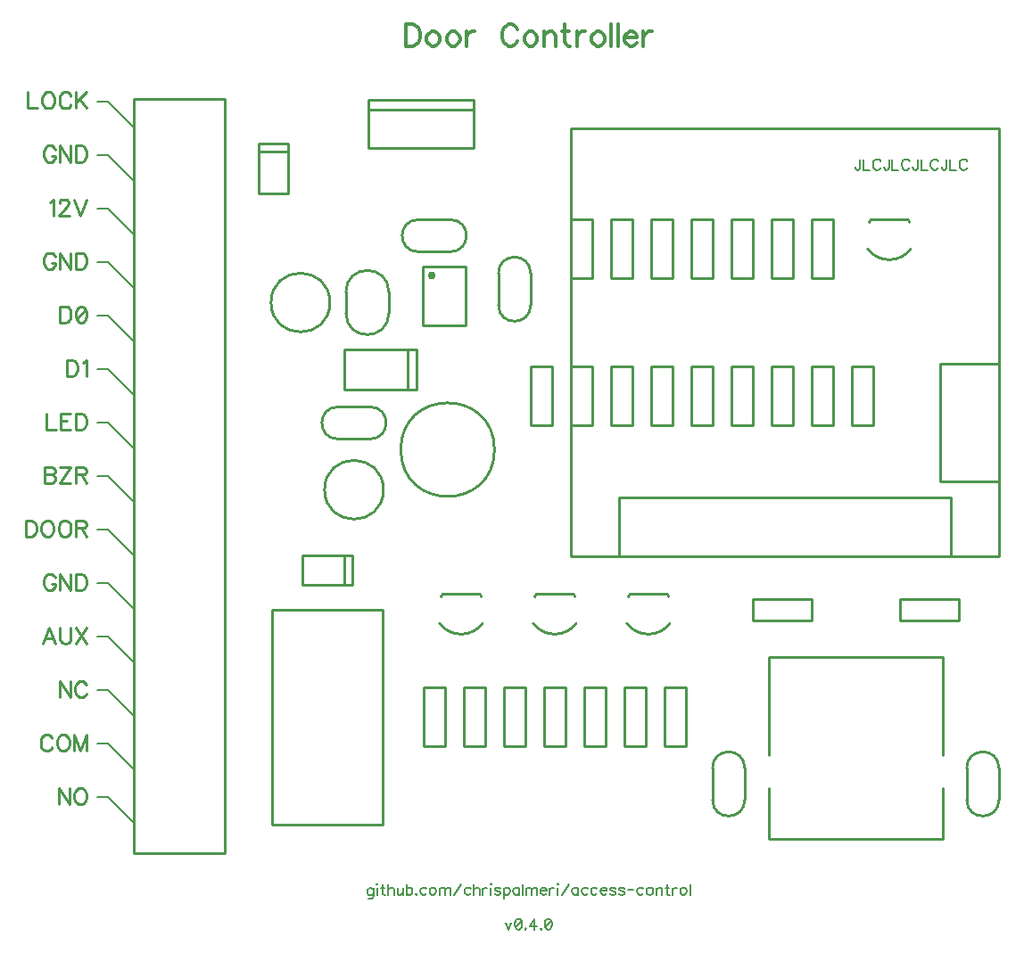
<source format=gbr>
G04 DipTrace 3.3.1.3*
G04 TopSilk.gbr*
%MOIN*%
G04 #@! TF.FileFunction,Legend,Top*
G04 #@! TF.Part,Single*
%ADD10C,0.009843*%
%ADD19C,0.007*%
%ADD27C,0.030002*%
%ADD58C,0.006176*%
%ADD59C,0.009264*%
%ADD60C,0.012351*%
%FSLAX26Y26*%
G04*
G70*
G90*
G75*
G01*
G04 TopSilk*
%LPD*%
X1433700Y2918699D2*
D10*
G02X1433700Y2918699I110000J0D01*
G01*
X1873700Y2958705D2*
Y2878690D1*
X1713700Y2958705D2*
Y2878690D1*
X1873700Y2958705D2*
G03X1713700Y2958705I-80000J-10D01*
G01*
Y2878690D2*
G03X1873700Y2878690I80000J10D01*
G01*
X2403700Y2908704D2*
Y3028701D1*
X2283700Y2908704D2*
Y3028701D1*
X2403700D2*
G03X2283700Y3028701I-60000J-1D01*
G01*
Y2908704D2*
G03X2403700Y2908704I60000J1D01*
G01*
X1983704Y3108700D2*
X2103701D1*
X1983704Y3228700D2*
X2103701D1*
Y3108700D2*
G03X2103701Y3228700I-1J60000D01*
G01*
X1983704D2*
G03X1983704Y3108700I1J-60000D01*
G01*
X1633701Y2218700D2*
G02X1633701Y2218700I109997J0D01*
G01*
X1803696Y2528700D2*
X1683699D1*
X1803696Y2408700D2*
X1683699D1*
Y2528700D2*
G03X1683699Y2408700I1J-60000D01*
G01*
X1803696D2*
G03X1803696Y2528700I-1J60000D01*
G01*
X4153700Y1058704D2*
Y1178701D1*
X4033700Y1058704D2*
Y1178701D1*
X4153700D2*
G03X4033700Y1178701I-60000J-1D01*
G01*
Y1058704D2*
G03X4153700Y1058704I60000J1D01*
G01*
X3203700D2*
Y1178701D1*
X3083700Y1058704D2*
Y1178701D1*
X3203700D2*
G03X3083700Y1178701I-60000J-1D01*
G01*
Y1058704D2*
G03X3203700Y1058704I60000J1D01*
G01*
X1978733Y2593700D2*
X1708667D1*
Y2743700D1*
X1978733D1*
Y2593700D1*
X1943678Y2598695D2*
Y2738705D1*
X1388582Y3513311D2*
X1498818D1*
Y3511243D2*
Y3326157D1*
X1388582Y3483466D2*
X1498818D1*
X1388582Y3326157D2*
X1498818D1*
X1388582Y3511243D2*
Y3326157D1*
X1738311Y1973818D2*
Y1863582D1*
X1736243D2*
X1551157D1*
X1708466Y1973818D2*
Y1863582D1*
X1551157Y1973818D2*
Y1863582D1*
X1736243Y1973818D2*
X1551157D1*
X3943708Y1593700D2*
Y1227671D1*
Y911700D2*
X3293692D1*
X3943708Y1593700D2*
X3293692D1*
X3943708Y911700D2*
Y1102728D1*
X3293692Y911700D2*
Y1102728D1*
Y1227671D2*
Y1593700D1*
X1262200Y3678700D2*
X922200D1*
Y858700D1*
X1262200D1*
Y3678700D1*
X1849700Y1770700D2*
X1437700D1*
Y966700D1*
X1849700D1*
Y1770700D1*
X1918700Y2368700D2*
G02X1918700Y2368700I175000J0D01*
G01*
X2923701Y1718705D2*
G02X2763699Y1718705I-80001J59989D01*
G01*
X2768694Y1818695D2*
X2773689Y1828700D1*
X2913711D1*
X2918706Y1818695D2*
X2913711Y1828700D1*
X2573701Y1718705D2*
G02X2413699Y1718705I-80001J59989D01*
G01*
X2418694Y1818695D2*
X2423689Y1828700D1*
X2563711D1*
X2568706Y1818695D2*
X2563711Y1828700D1*
X3823701Y3118705D2*
G02X3663699Y3118705I-80001J59989D01*
G01*
X3668694Y3218695D2*
X3673689Y3228700D1*
X3813711D1*
X3818706Y3218695D2*
X3813711Y3228700D1*
X1796850Y3674999D2*
X2190550D1*
Y3497834D1*
X1796850D1*
Y3674999D1*
Y3639566D2*
X2190550D1*
X2223701Y1718705D2*
G02X2063699Y1718705I-80001J59989D01*
G01*
X2068694Y1818695D2*
X2073689Y1828700D1*
X2213711D1*
X2218706Y1818695D2*
X2213711Y1828700D1*
X2403700Y2458720D2*
X2483700D1*
Y2678680D1*
X2403700D1*
Y2458720D1*
X2553700D2*
X2633700D1*
Y2678680D1*
X2553700D1*
Y2458720D1*
X2633700Y3228680D2*
X2553700D1*
Y3008720D1*
X2633700D1*
Y3228680D1*
X2933700D2*
X2853700D1*
Y3008720D1*
X2933700D1*
Y3228680D1*
X3303700Y2458720D2*
X3383700D1*
Y2678680D1*
X3303700D1*
Y2458720D1*
X3453700D2*
X3533700D1*
Y2678680D1*
X3453700D1*
Y2458720D1*
X2783700Y3228680D2*
X2703700D1*
Y3008720D1*
X2783700D1*
Y3228680D1*
X2703700Y2458720D2*
X2783700D1*
Y2678680D1*
X2703700D1*
Y2458720D1*
X2853700D2*
X2933700D1*
Y2678680D1*
X2853700D1*
Y2458720D1*
X2753700Y1258720D2*
X2833700D1*
Y1478680D1*
X2753700D1*
Y1258720D1*
X2453700D2*
X2533700D1*
Y1478680D1*
X2453700D1*
Y1258720D1*
X2233700Y1478680D2*
X2153700D1*
Y1258720D1*
X2233700D1*
Y1478680D1*
X3083700Y2678680D2*
X3003700D1*
Y2458720D1*
X3083700D1*
Y2678680D1*
X3303700Y3008720D2*
X3383700D1*
Y3228680D1*
X3303700D1*
Y3008720D1*
X3153700D2*
X3233700D1*
Y3228680D1*
X3153700D1*
Y3008720D1*
X3003700D2*
X3083700D1*
Y3228680D1*
X3003700D1*
Y3008720D1*
X3453680Y1728700D2*
X3233720D1*
Y1808700D1*
X3453680D1*
Y1728700D1*
X2603700Y1258720D2*
X2683700D1*
Y1478680D1*
X2603700D1*
Y1258720D1*
X3453700Y3008720D2*
X3533700D1*
Y3228680D1*
X3453700D1*
Y3008720D1*
X2083700Y1478680D2*
X2003700D1*
Y1258720D1*
X2083700D1*
Y1478680D1*
X3233700Y2678680D2*
X3153700D1*
Y2458720D1*
X3233700D1*
Y2678680D1*
X2303700Y1258720D2*
X2383700D1*
Y1478680D1*
X2303700D1*
Y1258720D1*
X3603700Y2458720D2*
X3683700D1*
Y2678680D1*
X3603700D1*
Y2458720D1*
X3783720Y1808700D2*
X4003680D1*
Y1728700D1*
X3783720D1*
Y1808700D1*
X2983700Y1478680D2*
X2903700D1*
Y1258720D1*
X2983700D1*
Y1478680D1*
X1999376Y3053700D2*
Y2833700D1*
X2159362Y3053700D2*
Y2833700D1*
X1999376D2*
X2159362D1*
D27*
X2034367Y3018698D3*
X1999376Y3053700D2*
D10*
X2159362D1*
X4153700Y3568700D2*
X2553700D1*
Y1968700D1*
X4153700D1*
Y3568700D1*
X3973700Y2188700D2*
X2733700D1*
Y1968700D1*
X3973700D1*
Y2188700D1*
X4153700Y2688700D2*
X3933700D1*
Y2248700D1*
X4153700D1*
Y2688700D1*
X783700Y3668700D2*
D19*
X823700D1*
X923700Y3568700D1*
X783700Y3468700D2*
X823700D1*
X923700Y3368700D1*
X783700Y3268700D2*
X823700D1*
X923700Y3168700D1*
X783700Y3068700D2*
X823700D1*
X923700Y2968700D1*
X783700Y2868700D2*
X823700D1*
X923700Y2768700D1*
X783700Y2668700D2*
X823700D1*
X923700Y2568700D1*
X783700Y2468700D2*
X823700D1*
X923700Y2368700D1*
X783700Y1668700D2*
X823700D1*
X923700Y1568700D1*
X783700Y1868700D2*
X823700D1*
X923700Y1768700D1*
X783700Y2068700D2*
X823700D1*
X923700Y1968700D1*
X783700Y2268700D2*
X823700D1*
X923700Y2168700D1*
X783700Y1468700D2*
X823700D1*
X923700Y1368700D1*
X783700Y1268700D2*
X823700D1*
X923700Y1168700D1*
X783700Y1068700D2*
X823700D1*
X923700Y968700D1*
X2309386Y601297D2*
D58*
X2320882Y574503D1*
X2332334Y601297D1*
X2356182Y614651D2*
X2350434Y612749D1*
X2346587Y607001D1*
X2344686Y597451D1*
Y591703D1*
X2346587Y582152D1*
X2350434Y576404D1*
X2356182Y574503D1*
X2359984D1*
X2365732Y576404D1*
X2369535Y582152D1*
X2371480Y591703D1*
Y597451D1*
X2369535Y607001D1*
X2365732Y612749D1*
X2359984Y614651D1*
X2356182D1*
X2369535Y607001D2*
X2346587Y582152D1*
X2385733Y578349D2*
X2383832Y576404D1*
X2385733Y574503D1*
X2387678Y576404D1*
X2385733Y578349D1*
X2419175Y574503D2*
Y614651D1*
X2400030Y587900D1*
X2428726D1*
X2442978Y578349D2*
X2441077Y576404D1*
X2442978Y574503D1*
X2444924Y576404D1*
X2442978Y578349D1*
X2468771Y614651D2*
X2463023Y612749D1*
X2459177Y607001D1*
X2457275Y597451D1*
Y591703D1*
X2459177Y582152D1*
X2463023Y576404D1*
X2468771Y574503D1*
X2472574D1*
X2478322Y576404D1*
X2482124Y582152D1*
X2484070Y591703D1*
Y597451D1*
X2482124Y607001D1*
X2478322Y612749D1*
X2472574Y614651D1*
X2468771D1*
X2482124Y607001D2*
X2459177Y582152D1*
X525350Y3705199D2*
D59*
Y3644911D1*
X559772D1*
X595543Y3705199D2*
X589773Y3702347D1*
X584069Y3696577D1*
X581151Y3690873D1*
X578299Y3682251D1*
Y3667859D1*
X581151Y3659303D1*
X584069Y3653533D1*
X589773Y3647829D1*
X595543Y3644911D1*
X607017D1*
X612721Y3647829D1*
X618491Y3653533D1*
X621343Y3659303D1*
X624195Y3667859D1*
Y3682251D1*
X621343Y3690873D1*
X618491Y3696577D1*
X612721Y3702347D1*
X607017Y3705199D1*
X595543D1*
X685766Y3690873D2*
X682914Y3696577D1*
X677144Y3702347D1*
X671440Y3705199D1*
X659966D1*
X654196Y3702347D1*
X648492Y3696577D1*
X645574Y3690873D1*
X642722Y3682251D1*
Y3667859D1*
X645574Y3659303D1*
X648492Y3653533D1*
X654196Y3647829D1*
X659966Y3644911D1*
X671440D1*
X677144Y3647829D1*
X682914Y3653533D1*
X685766Y3659303D1*
X704293Y3705199D2*
Y3644911D1*
X744485Y3705199D2*
X704293Y3665007D1*
X718619Y3679399D2*
X744485Y3644911D1*
X627046Y3490690D2*
X624194Y3496394D1*
X618424Y3502164D1*
X612720Y3505016D1*
X601246D1*
X595476Y3502164D1*
X589773Y3496394D1*
X586854Y3490690D1*
X584002Y3482068D1*
Y3467676D1*
X586854Y3459120D1*
X589773Y3453350D1*
X595476Y3447646D1*
X601246Y3444728D1*
X612720D1*
X618424Y3447646D1*
X624194Y3453350D1*
X627046Y3459120D1*
Y3467676D1*
X612720D1*
X685765Y3505016D2*
Y3444728D1*
X645573Y3505016D1*
Y3444728D1*
X704292Y3505016D2*
Y3444728D1*
X724388D1*
X733011Y3447646D1*
X738781Y3453350D1*
X741633Y3459120D1*
X744484Y3467676D1*
Y3482068D1*
X741633Y3490690D1*
X738781Y3496394D1*
X733011Y3502164D1*
X724388Y3505016D1*
X704292D1*
X606951Y3293294D2*
X612721Y3296212D1*
X621343Y3304767D1*
Y3244546D1*
X642789Y3290442D2*
Y3293294D1*
X645641Y3299064D1*
X648493Y3301916D1*
X654263Y3304767D1*
X665737D1*
X671440Y3301916D1*
X674292Y3299064D1*
X677211Y3293294D1*
Y3287590D1*
X674292Y3281820D1*
X668589Y3273264D1*
X639870Y3244546D1*
X680062D1*
X698590Y3304834D2*
X721537Y3244546D1*
X744485Y3304834D1*
X627046Y3090326D2*
X624194Y3096029D1*
X618424Y3101800D1*
X612720Y3104651D1*
X601246D1*
X595476Y3101800D1*
X589773Y3096029D1*
X586854Y3090326D1*
X584002Y3081703D1*
Y3067311D1*
X586854Y3058756D1*
X589773Y3052985D1*
X595476Y3047282D1*
X601246Y3044363D1*
X612720D1*
X618424Y3047282D1*
X624194Y3052985D1*
X627046Y3058756D1*
Y3067311D1*
X612720D1*
X685765Y3104651D2*
Y3044363D1*
X645573Y3104651D1*
Y3044363D1*
X704292Y3104651D2*
Y3044363D1*
X724388D1*
X733011Y3047282D1*
X738781Y3052985D1*
X741633Y3058756D1*
X744484Y3067311D1*
Y3081703D1*
X741633Y3090326D1*
X738781Y3096029D1*
X733011Y3101800D1*
X724388Y3104651D1*
X704292D1*
X645575Y2904468D2*
Y2844180D1*
X665671D1*
X674293Y2847098D1*
X680063Y2852802D1*
X682915Y2858572D1*
X685767Y2867128D1*
Y2881520D1*
X682915Y2890142D1*
X680063Y2895846D1*
X674293Y2901616D1*
X665671Y2904468D1*
X645575D1*
X721538Y2904401D2*
X712916Y2901549D1*
X707146Y2892927D1*
X704294Y2878602D1*
Y2869979D1*
X707146Y2855654D1*
X712916Y2847032D1*
X721538Y2844180D1*
X727242D1*
X735864Y2847032D1*
X741567Y2855654D1*
X744486Y2869979D1*
Y2878602D1*
X741567Y2892927D1*
X735864Y2901549D1*
X727242Y2904401D1*
X721538D1*
X741567Y2892927D2*
X707146Y2855654D1*
X586855Y2303920D2*
Y2243632D1*
X612722D1*
X621344Y2246551D1*
X624195Y2249403D1*
X627047Y2255106D1*
Y2263728D1*
X624195Y2269499D1*
X621344Y2272350D1*
X612722Y2275202D1*
X621344Y2278121D1*
X624195Y2280973D1*
X627047Y2286676D1*
Y2292446D1*
X624195Y2298150D1*
X621344Y2301069D1*
X612722Y2303920D1*
X586855D1*
Y2275202D2*
X612722D1*
X645574Y2303920D2*
X685767D1*
X645574Y2243632D1*
X685767D1*
X704294Y2275202D2*
X730093D1*
X738715Y2278121D1*
X741634Y2280973D1*
X744486Y2286676D1*
Y2292446D1*
X741634Y2298150D1*
X738715Y2301069D1*
X730093Y2303920D1*
X704294D1*
Y2243632D1*
X724390Y2275202D2*
X744486Y2243632D1*
X595543Y2504103D2*
Y2443815D1*
X629965D1*
X685766Y2504103D2*
X648492D1*
Y2443815D1*
X685766D1*
X648492Y2475385D2*
X671440D1*
X704293Y2504103D2*
Y2443815D1*
X724389D1*
X733011Y2446733D1*
X738781Y2452437D1*
X741633Y2458207D1*
X744485Y2466763D1*
Y2481155D1*
X741633Y2489777D1*
X738781Y2495481D1*
X733011Y2501251D1*
X724389Y2504103D1*
X704293D1*
X671374Y2704285D2*
Y2643997D1*
X691470D1*
X700092Y2646915D1*
X705862Y2652619D1*
X708714Y2658389D1*
X711566Y2666945D1*
Y2681337D1*
X708714Y2689959D1*
X705862Y2695663D1*
X700092Y2701433D1*
X691470Y2704285D1*
X671374D1*
X730093Y2692745D2*
X735863Y2695663D1*
X744485Y2704219D1*
Y2643997D1*
X682914Y1503191D2*
Y1442903D1*
X642722Y1503191D1*
Y1442903D1*
X744485Y1488865D2*
X741633Y1494569D1*
X735863Y1500339D1*
X730159Y1503191D1*
X718685D1*
X712915Y1500339D1*
X707211Y1494569D1*
X704293Y1488865D1*
X701441Y1480243D1*
Y1465851D1*
X704293Y1457295D1*
X707211Y1451525D1*
X712915Y1445821D1*
X718685Y1442903D1*
X730159D1*
X735863Y1445821D1*
X741633Y1451525D1*
X744485Y1457295D1*
X615639Y1288683D2*
X612788Y1294386D1*
X607017Y1300156D1*
X601314Y1303008D1*
X589840D1*
X584070Y1300156D1*
X578366Y1294386D1*
X575447Y1288683D1*
X572596Y1280060D1*
Y1265668D1*
X575447Y1257113D1*
X578366Y1251342D1*
X584070Y1245639D1*
X589840Y1242720D1*
X601314D1*
X607017Y1245639D1*
X612788Y1251342D1*
X615639Y1257113D1*
X651411Y1303008D2*
X645641Y1300156D1*
X639937Y1294386D1*
X637018Y1288683D1*
X634167Y1280060D1*
Y1265668D1*
X637018Y1257113D1*
X639937Y1251342D1*
X645641Y1245639D1*
X651411Y1242720D1*
X662885D1*
X668588Y1245639D1*
X674359Y1251342D1*
X677210Y1257113D1*
X680062Y1265668D1*
Y1280060D1*
X677210Y1288683D1*
X674359Y1294386D1*
X668588Y1300156D1*
X662885Y1303008D1*
X651411D1*
X744485Y1242720D2*
Y1303008D1*
X721537Y1242720D1*
X698589Y1303008D1*
Y1242720D1*
X680062Y1102826D2*
Y1042538D1*
X639870Y1102826D1*
Y1042538D1*
X715833Y1102826D2*
X710063Y1099974D1*
X704359Y1094204D1*
X701441Y1088500D1*
X698589Y1079878D1*
Y1065486D1*
X701441Y1056930D1*
X704359Y1051160D1*
X710063Y1045456D1*
X715833Y1042538D1*
X727307D1*
X733011Y1045456D1*
X738781Y1051160D1*
X741633Y1056930D1*
X744485Y1065486D1*
Y1079878D1*
X741633Y1088500D1*
X738781Y1094204D1*
X733011Y1099974D1*
X727307Y1102826D1*
X715833D1*
X627046Y1889230D2*
X624194Y1894934D1*
X618424Y1900704D1*
X612720Y1903556D1*
X601246D1*
X595476Y1900704D1*
X589773Y1894934D1*
X586854Y1889230D1*
X584002Y1880608D1*
Y1866216D1*
X586854Y1857660D1*
X589773Y1851890D1*
X595476Y1846186D1*
X601246Y1843268D1*
X612720D1*
X618424Y1846186D1*
X624194Y1851890D1*
X627046Y1857660D1*
Y1866216D1*
X612720D1*
X685765Y1903556D2*
Y1843268D1*
X645573Y1903556D1*
Y1843268D1*
X704292Y1903556D2*
Y1843268D1*
X724388D1*
X733011Y1846186D1*
X738781Y1851890D1*
X741633Y1857660D1*
X744484Y1866216D1*
Y1880608D1*
X741633Y1889230D1*
X738781Y1894934D1*
X733011Y1900704D1*
X724388Y1903556D1*
X704292D1*
X1936894Y3958415D2*
D60*
Y3878031D1*
X1963689D1*
X1975185Y3881922D1*
X1982878Y3889527D1*
X1986681Y3897221D1*
X1990483Y3908628D1*
Y3927818D1*
X1986681Y3939314D1*
X1982878Y3946919D1*
X1975185Y3954613D1*
X1963689Y3958415D1*
X1936894D1*
X2034287Y3931621D2*
X2026682Y3927818D1*
X2018989Y3920124D1*
X2015186Y3908628D1*
Y3901023D1*
X2018989Y3889527D1*
X2026682Y3881922D1*
X2034287Y3878031D1*
X2045783D1*
X2053477Y3881922D1*
X2061082Y3889527D1*
X2064973Y3901023D1*
Y3908628D1*
X2061082Y3920124D1*
X2053477Y3927818D1*
X2045783Y3931621D1*
X2034287D1*
X2108777D2*
X2101172Y3927818D1*
X2093478Y3920124D1*
X2089676Y3908628D1*
Y3901023D1*
X2093478Y3889527D1*
X2101172Y3881922D1*
X2108777Y3878031D1*
X2120273D1*
X2127967Y3881922D1*
X2135572Y3889527D1*
X2139463Y3901023D1*
Y3908628D1*
X2135572Y3920124D1*
X2127967Y3927818D1*
X2120273Y3931621D1*
X2108777D1*
X2164165D2*
Y3878031D1*
Y3908628D2*
X2168056Y3920124D1*
X2175661Y3927818D1*
X2183355Y3931621D1*
X2194851D1*
X2354707Y3939314D2*
X2350905Y3946919D1*
X2343211Y3954613D1*
X2335606Y3958415D1*
X2320307D1*
X2312614Y3954613D1*
X2305009Y3946919D1*
X2301118Y3939314D1*
X2297315Y3927818D1*
Y3908628D1*
X2301118Y3897221D1*
X2305009Y3889527D1*
X2312614Y3881922D1*
X2320307Y3878031D1*
X2335606D1*
X2343211Y3881922D1*
X2350905Y3889527D1*
X2354707Y3897221D1*
X2398511Y3931621D2*
X2390906Y3927818D1*
X2383213Y3920124D1*
X2379410Y3908628D1*
Y3901023D1*
X2383213Y3889527D1*
X2390906Y3881922D1*
X2398511Y3878031D1*
X2410007D1*
X2417701Y3881922D1*
X2425306Y3889527D1*
X2429197Y3901023D1*
Y3908628D1*
X2425306Y3920124D1*
X2417701Y3927818D1*
X2410007Y3931621D1*
X2398511D1*
X2453900D2*
Y3878031D1*
Y3916322D2*
X2465396Y3927818D1*
X2473089Y3931621D1*
X2484497D1*
X2492190Y3927818D1*
X2495993Y3916322D1*
Y3878031D1*
X2532192Y3958415D2*
Y3893330D1*
X2535994Y3881922D1*
X2543688Y3878031D1*
X2551293D1*
X2520696Y3931621D2*
X2547490D1*
X2575996D2*
Y3878031D1*
Y3908628D2*
X2579887Y3920124D1*
X2587492Y3927818D1*
X2595185Y3931621D1*
X2606681D1*
X2650485D2*
X2642880Y3927818D1*
X2635187Y3920124D1*
X2631384Y3908628D1*
Y3901023D1*
X2635187Y3889527D1*
X2642880Y3881922D1*
X2650485Y3878031D1*
X2661981D1*
X2669675Y3881922D1*
X2677280Y3889527D1*
X2681171Y3901023D1*
Y3908628D1*
X2677280Y3920124D1*
X2669675Y3927818D1*
X2661981Y3931621D1*
X2650485D1*
X2705874Y3958415D2*
Y3878031D1*
X2730577Y3958415D2*
Y3878031D1*
X2755279Y3908628D2*
X2801175D1*
Y3916322D1*
X2797373Y3924015D1*
X2793570Y3927818D1*
X2785877Y3931621D1*
X2774380D1*
X2766775Y3927818D1*
X2759082Y3920124D1*
X2755279Y3908628D1*
Y3901023D1*
X2759082Y3889527D1*
X2766775Y3881922D1*
X2774380Y3878031D1*
X2785877D1*
X2793570Y3881922D1*
X2801175Y3889527D1*
X2825878Y3931621D2*
Y3878031D1*
Y3908628D2*
X2829769Y3920124D1*
X2837374Y3927818D1*
X2845068Y3931621D1*
X2856564D1*
X3635494Y3454695D2*
D58*
Y3424098D1*
X3633592Y3418349D1*
X3631647Y3416448D1*
X3627844Y3414503D1*
X3623998D1*
X3620195Y3416448D1*
X3618294Y3418349D1*
X3616348Y3424098D1*
Y3427900D1*
X3647845Y3454695D2*
Y3414503D1*
X3670793D1*
X3711840Y3445144D2*
X3709939Y3448947D1*
X3706092Y3452793D1*
X3702290Y3454695D1*
X3694640D1*
X3690794Y3452793D1*
X3686991Y3448947D1*
X3685046Y3445144D1*
X3683144Y3439396D1*
Y3429801D1*
X3685046Y3424098D1*
X3686991Y3420251D1*
X3690794Y3416448D1*
X3694640Y3414503D1*
X3702290D1*
X3706092Y3416448D1*
X3709939Y3420251D1*
X3711840Y3424098D1*
X3743337Y3454695D2*
Y3424098D1*
X3741436Y3418349D1*
X3739490Y3416448D1*
X3735688Y3414503D1*
X3731841D1*
X3728038Y3416448D1*
X3726137Y3418349D1*
X3724192Y3424098D1*
Y3427900D1*
X3755688Y3454695D2*
Y3414503D1*
X3778636D1*
X3819684Y3445144D2*
X3817782Y3448947D1*
X3813936Y3452793D1*
X3810133Y3454695D1*
X3802484D1*
X3798637Y3452793D1*
X3794834Y3448947D1*
X3792889Y3445144D1*
X3790988Y3439396D1*
Y3429801D1*
X3792889Y3424098D1*
X3794834Y3420251D1*
X3798637Y3416448D1*
X3802484Y3414503D1*
X3810133D1*
X3813936Y3416448D1*
X3817782Y3420251D1*
X3819684Y3424098D1*
X3851180Y3454695D2*
Y3424098D1*
X3849279Y3418349D1*
X3847334Y3416448D1*
X3843531Y3414503D1*
X3839684D1*
X3835882Y3416448D1*
X3833981Y3418349D1*
X3832035Y3424098D1*
Y3427900D1*
X3863532Y3454695D2*
Y3414503D1*
X3886480D1*
X3927527Y3445144D2*
X3925626Y3448947D1*
X3921779Y3452793D1*
X3917976Y3454695D1*
X3910327D1*
X3906480Y3452793D1*
X3902678Y3448947D1*
X3900732Y3445144D1*
X3898831Y3439396D1*
Y3429801D1*
X3900732Y3424098D1*
X3902678Y3420251D1*
X3906480Y3416448D1*
X3910327Y3414503D1*
X3917976D1*
X3921779Y3416448D1*
X3925626Y3420251D1*
X3927527Y3424098D1*
X3959024Y3454695D2*
Y3424098D1*
X3957123Y3418349D1*
X3955177Y3416448D1*
X3951375Y3414503D1*
X3947528D1*
X3943725Y3416448D1*
X3941824Y3418349D1*
X3939878Y3424098D1*
Y3427900D1*
X3971375Y3454695D2*
Y3414503D1*
X3994323D1*
X4035370Y3445144D2*
X4033469Y3448947D1*
X4029622Y3452793D1*
X4025820Y3454695D1*
X4018171D1*
X4014324Y3452793D1*
X4010521Y3448947D1*
X4008576Y3445144D1*
X4006675Y3439396D1*
Y3429801D1*
X4008576Y3424098D1*
X4010521Y3420251D1*
X4014324Y3416448D1*
X4018171Y3414503D1*
X4025820D1*
X4029622Y3416448D1*
X4033469Y3420251D1*
X4035370Y3424098D1*
X627047Y1643085D2*
D59*
X604033Y1703373D1*
X581085Y1643085D1*
X589707Y1663181D2*
X618425D1*
X645574Y1703373D2*
Y1660329D1*
X648426Y1651707D1*
X654196Y1646003D1*
X662818Y1643085D1*
X668522D1*
X677144Y1646003D1*
X682914Y1651707D1*
X685766Y1660329D1*
Y1703373D1*
X704293D2*
X744485Y1643085D1*
Y1703373D2*
X704293Y1643085D1*
X516728Y2103738D2*
Y2043450D1*
X536824D1*
X545446Y2046368D1*
X551216Y2052072D1*
X554068Y2057842D1*
X556920Y2066398D1*
Y2080790D1*
X554068Y2089412D1*
X551216Y2095116D1*
X545446Y2100886D1*
X536824Y2103738D1*
X516728D1*
X592691D2*
X586921Y2100886D1*
X581217Y2095116D1*
X578299Y2089412D1*
X575447Y2080790D1*
Y2066398D1*
X578299Y2057842D1*
X581217Y2052072D1*
X586921Y2046368D1*
X592691Y2043450D1*
X604165D1*
X609869Y2046368D1*
X615639Y2052072D1*
X618491Y2057842D1*
X621343Y2066398D1*
Y2080790D1*
X618491Y2089412D1*
X615639Y2095116D1*
X609869Y2100886D1*
X604165Y2103738D1*
X592691D1*
X657114D2*
X651344Y2100886D1*
X645640Y2095116D1*
X642722Y2089412D1*
X639870Y2080790D1*
Y2066398D1*
X642722Y2057842D1*
X645640Y2052072D1*
X651344Y2046368D1*
X657114Y2043450D1*
X668588D1*
X674292Y2046368D1*
X680062Y2052072D1*
X682914Y2057842D1*
X685766Y2066398D1*
Y2080790D1*
X682914Y2089412D1*
X680062Y2095116D1*
X674292Y2100886D1*
X668588Y2103738D1*
X657114D1*
X704293Y2075020D2*
X730093D1*
X738715Y2077938D1*
X741633Y2080790D1*
X744485Y2086494D1*
Y2092264D1*
X741633Y2097968D1*
X738715Y2100886D1*
X730093Y2103738D1*
X704293D1*
Y2043450D1*
X724389Y2075020D2*
X744485Y2043450D1*
X1816360Y729396D2*
D58*
Y698755D1*
X1814459Y693051D1*
X1812558Y691105D1*
X1808711Y689204D1*
X1802963D1*
X1799161Y691105D1*
X1816360Y723648D2*
X1812558Y727451D1*
X1808711Y729396D1*
X1802963D1*
X1799161Y727451D1*
X1795314Y723648D1*
X1793413Y717900D1*
Y714053D1*
X1795314Y708349D1*
X1799161Y704503D1*
X1802963Y702601D1*
X1808711D1*
X1812558Y704503D1*
X1816360Y708349D1*
X1828712Y744695D2*
X1830613Y742793D1*
X1832559Y744695D1*
X1830613Y746640D1*
X1828712Y744695D1*
X1830613Y731297D2*
Y704503D1*
X1850658Y744695D2*
Y712152D1*
X1852559Y706448D1*
X1856406Y704503D1*
X1860209D1*
X1844910Y731297D2*
X1858307D1*
X1872560Y744695D2*
Y704503D1*
Y723648D2*
X1878308Y729396D1*
X1882155Y731297D1*
X1887903D1*
X1891705Y729396D1*
X1893607Y723648D1*
Y704503D1*
X1905958Y731297D2*
Y712152D1*
X1907859Y706448D1*
X1911706Y704503D1*
X1917454D1*
X1921257Y706448D1*
X1927005Y712152D1*
Y731297D2*
Y704503D1*
X1939356Y744695D2*
Y704503D1*
Y725549D2*
X1943203Y729396D1*
X1947005Y731297D1*
X1952753D1*
X1956556Y729396D1*
X1960403Y725549D1*
X1962304Y719801D1*
Y715999D1*
X1960403Y710251D1*
X1956556Y706448D1*
X1952753Y704503D1*
X1947005D1*
X1943203Y706448D1*
X1939356Y710251D1*
X1976557Y708349D2*
X1974655Y706404D1*
X1976557Y704503D1*
X1978502Y706404D1*
X1976557Y708349D1*
X2013846Y725549D2*
X2009999Y729396D1*
X2006152Y731297D1*
X2000448D1*
X1996602Y729396D1*
X1992799Y725549D1*
X1990854Y719801D1*
Y715999D1*
X1992799Y710251D1*
X1996602Y706448D1*
X2000448Y704503D1*
X2006152D1*
X2009999Y706448D1*
X2013846Y710251D1*
X2035748Y731297D2*
X2031945Y729396D1*
X2028098Y725549D1*
X2026197Y719801D1*
Y715999D1*
X2028098Y710251D1*
X2031945Y706448D1*
X2035748Y704503D1*
X2041496D1*
X2045342Y706448D1*
X2049145Y710251D1*
X2051090Y715999D1*
Y719801D1*
X2049145Y725549D1*
X2045342Y729396D1*
X2041496Y731297D1*
X2035748D1*
X2063442D2*
Y704503D1*
Y723648D2*
X2069190Y729396D1*
X2073037Y731297D1*
X2078740D1*
X2082587Y729396D1*
X2084488Y723648D1*
Y704503D1*
Y723648D2*
X2090237Y729396D1*
X2094083Y731297D1*
X2099787D1*
X2103634Y729396D1*
X2105579Y723648D1*
Y704503D1*
X2117931D2*
X2144725Y744651D1*
X2180069Y725549D2*
X2176222Y729396D1*
X2172375Y731297D1*
X2166672D1*
X2162825Y729396D1*
X2159022Y725549D1*
X2157077Y719801D1*
Y715999D1*
X2159022Y710251D1*
X2162825Y706448D1*
X2166672Y704503D1*
X2172375D1*
X2176222Y706448D1*
X2180069Y710251D1*
X2192420Y744695D2*
Y704503D1*
Y723648D2*
X2198168Y729396D1*
X2202015Y731297D1*
X2207763D1*
X2211566Y729396D1*
X2213467Y723648D1*
Y704503D1*
X2225818Y731297D2*
Y704503D1*
Y719801D2*
X2227764Y725549D1*
X2231566Y729396D1*
X2235413Y731297D1*
X2241161D1*
X2253513Y744695D2*
X2255414Y742793D1*
X2257359Y744695D1*
X2255414Y746640D1*
X2253513Y744695D1*
X2255414Y731297D2*
Y704503D1*
X2290757Y725549D2*
X2288856Y729396D1*
X2283108Y731297D1*
X2277360D1*
X2271612Y729396D1*
X2269711Y725549D1*
X2271612Y721747D1*
X2275459Y719801D1*
X2285009Y717900D1*
X2288856Y715999D1*
X2290757Y712152D1*
Y710251D1*
X2288856Y706448D1*
X2283108Y704503D1*
X2277360D1*
X2271612Y706448D1*
X2269711Y710251D1*
X2303109Y731297D2*
Y691105D1*
Y725549D2*
X2306956Y729352D1*
X2310758Y731297D1*
X2316506D1*
X2320353Y729352D1*
X2324155Y725549D1*
X2326101Y719801D1*
Y715955D1*
X2324155Y710251D1*
X2320353Y706404D1*
X2316506Y704503D1*
X2310758D1*
X2306956Y706404D1*
X2303109Y710251D1*
X2361400Y731297D2*
Y704503D1*
Y725549D2*
X2357598Y729396D1*
X2353751Y731297D1*
X2348047D1*
X2344200Y729396D1*
X2340398Y725549D1*
X2338452Y719801D1*
Y715999D1*
X2340398Y710251D1*
X2344200Y706448D1*
X2348047Y704503D1*
X2353751D1*
X2357598Y706448D1*
X2361400Y710251D1*
X2373752Y744695D2*
Y704503D1*
X2386103Y731297D2*
Y704503D1*
Y723648D2*
X2391851Y729396D1*
X2395698Y731297D1*
X2401402D1*
X2405248Y729396D1*
X2407150Y723648D1*
Y704503D1*
Y723648D2*
X2412898Y729396D1*
X2416744Y731297D1*
X2422448D1*
X2426295Y729396D1*
X2428240Y723648D1*
Y704503D1*
X2440592Y719801D2*
X2463540D1*
Y723648D1*
X2461639Y727495D1*
X2459737Y729396D1*
X2455890Y731297D1*
X2450142D1*
X2446340Y729396D1*
X2442493Y725549D1*
X2440592Y719801D1*
Y715999D1*
X2442493Y710251D1*
X2446340Y706448D1*
X2450142Y704503D1*
X2455890D1*
X2459737Y706448D1*
X2463540Y710251D1*
X2475891Y731297D2*
Y704503D1*
Y719801D2*
X2477837Y725549D1*
X2481639Y729396D1*
X2485486Y731297D1*
X2491234D1*
X2503585Y744695D2*
X2505487Y742793D1*
X2507432Y744695D1*
X2505487Y746640D1*
X2503585Y744695D1*
X2505487Y731297D2*
Y704503D1*
X2519784D2*
X2546578Y744651D1*
X2581878Y731297D2*
Y704503D1*
Y725549D2*
X2578075Y729396D1*
X2574228Y731297D1*
X2568524D1*
X2564678Y729396D1*
X2560875Y725549D1*
X2558930Y719801D1*
Y715999D1*
X2560875Y710251D1*
X2564678Y706448D1*
X2568524Y704503D1*
X2574228D1*
X2578075Y706448D1*
X2581878Y710251D1*
X2617221Y725549D2*
X2613374Y729396D1*
X2609528Y731297D1*
X2603824D1*
X2599977Y729396D1*
X2596174Y725549D1*
X2594229Y719801D1*
Y715999D1*
X2596174Y710251D1*
X2599977Y706448D1*
X2603824Y704503D1*
X2609528D1*
X2613374Y706448D1*
X2617221Y710251D1*
X2652565Y725549D2*
X2648718Y729396D1*
X2644871Y731297D1*
X2639167D1*
X2635321Y729396D1*
X2631518Y725549D1*
X2629572Y719801D1*
Y715999D1*
X2631518Y710251D1*
X2635321Y706448D1*
X2639167Y704503D1*
X2644871D1*
X2648718Y706448D1*
X2652565Y710251D1*
X2664916Y719801D2*
X2687864D1*
Y723648D1*
X2685963Y727495D1*
X2684061Y729396D1*
X2680215Y731297D1*
X2674467D1*
X2670664Y729396D1*
X2666817Y725549D1*
X2664916Y719801D1*
Y715999D1*
X2666817Y710251D1*
X2670664Y706448D1*
X2674467Y704503D1*
X2680215D1*
X2684061Y706448D1*
X2687864Y710251D1*
X2721262Y725549D2*
X2719361Y729396D1*
X2713613Y731297D1*
X2707865D1*
X2702117Y729396D1*
X2700215Y725549D1*
X2702117Y721747D1*
X2705963Y719801D1*
X2715514Y717900D1*
X2719361Y715999D1*
X2721262Y712152D1*
Y710251D1*
X2719361Y706448D1*
X2713613Y704503D1*
X2707865D1*
X2702117Y706448D1*
X2700215Y710251D1*
X2754660Y725549D2*
X2752759Y729396D1*
X2747011Y731297D1*
X2741263D1*
X2735515Y729396D1*
X2733613Y725549D1*
X2735515Y721747D1*
X2739361Y719801D1*
X2748912Y717900D1*
X2752759Y715999D1*
X2754660Y712152D1*
Y710251D1*
X2752759Y706448D1*
X2747011Y704503D1*
X2741263D1*
X2735515Y706448D1*
X2733613Y710251D1*
X2767011Y724577D2*
X2789119D1*
X2824463Y725549D2*
X2820616Y729396D1*
X2816769Y731297D1*
X2811065D1*
X2807219Y729396D1*
X2803416Y725549D1*
X2801471Y719801D1*
Y715999D1*
X2803416Y710251D1*
X2807219Y706448D1*
X2811065Y704503D1*
X2816769D1*
X2820616Y706448D1*
X2824463Y710251D1*
X2846365Y731297D2*
X2842562Y729396D1*
X2838715Y725549D1*
X2836814Y719801D1*
Y715999D1*
X2838715Y710251D1*
X2842562Y706448D1*
X2846365Y704503D1*
X2852113D1*
X2855959Y706448D1*
X2859762Y710251D1*
X2861708Y715999D1*
Y719801D1*
X2859762Y725549D1*
X2855959Y729396D1*
X2852113Y731297D1*
X2846365D1*
X2874059D2*
Y704503D1*
Y723648D2*
X2879807Y729396D1*
X2883654Y731297D1*
X2889358D1*
X2893204Y729396D1*
X2895106Y723648D1*
Y704503D1*
X2913205Y744695D2*
Y712152D1*
X2915106Y706448D1*
X2918953Y704503D1*
X2922756D1*
X2907457Y731297D2*
X2920854D1*
X2935107D2*
Y704503D1*
Y719801D2*
X2937052Y725549D1*
X2940855Y729396D1*
X2944702Y731297D1*
X2950450D1*
X2972352D2*
X2968549Y729396D1*
X2964702Y725549D1*
X2962801Y719801D1*
Y715999D1*
X2964702Y710251D1*
X2968549Y706448D1*
X2972352Y704503D1*
X2978100D1*
X2981947Y706448D1*
X2985749Y710251D1*
X2987695Y715999D1*
Y719801D1*
X2985749Y725549D1*
X2981947Y729396D1*
X2978100Y731297D1*
X2972352D1*
X3000046Y744695D2*
Y704503D1*
M02*

</source>
